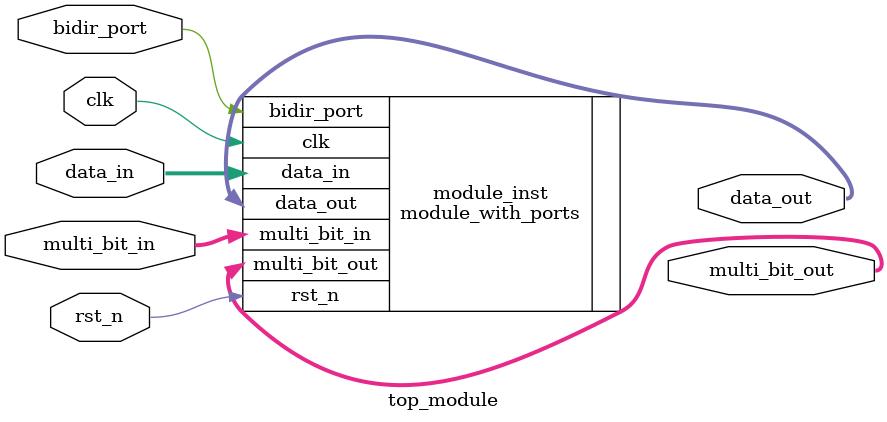
<source format=sv>
module top_module(
    input logic clk,
    input logic rst_n,
    input logic [7:0] data_in,
    output logic [7:0] data_out,
    inout logic bidir_port,
    output logic [3:0] multi_bit_out,
    input logic [3:0] multi_bit_in
);

    // Instantiate module_with_ports
    module_with_ports module_inst(
        .clk(clk),
        .rst_n(rst_n),
        .data_in(data_in),
        .data_out(data_out),
        .bidir_port(bidir_port),
        .multi_bit_out(multi_bit_out),
        .multi_bit_in(multi_bit_in)
    );

endmodule

</source>
